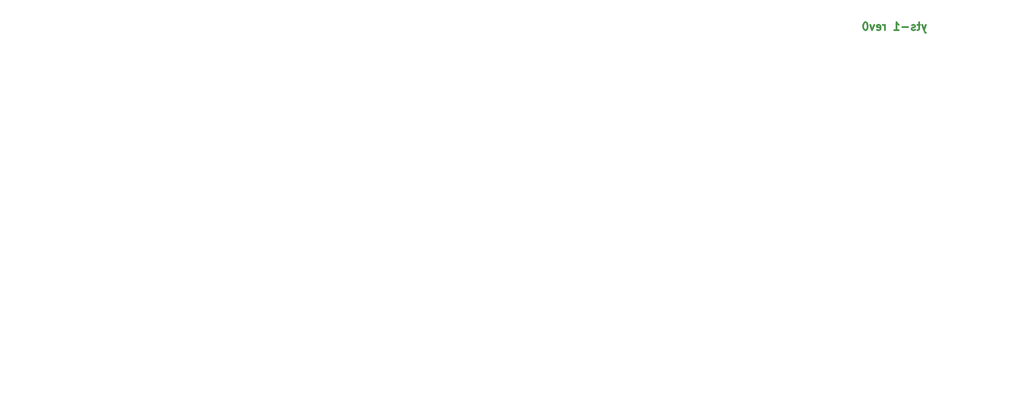
<source format=gbo>
%TF.GenerationSoftware,KiCad,Pcbnew,(6.0.7-1)-1*%
%TF.CreationDate,2022-09-14T08:57:37+02:00*%
%TF.ProjectId,yts-pcb,7974732d-7063-4622-9e6b-696361645f70,rev?*%
%TF.SameCoordinates,Original*%
%TF.FileFunction,Legend,Bot*%
%TF.FilePolarity,Positive*%
%FSLAX46Y46*%
G04 Gerber Fmt 4.6, Leading zero omitted, Abs format (unit mm)*
G04 Created by KiCad (PCBNEW (6.0.7-1)-1) date 2022-09-14 08:57:37*
%MOMM*%
%LPD*%
G01*
G04 APERTURE LIST*
%ADD10C,0.300000*%
%ADD11R,1.752600X1.752600*%
%ADD12C,1.752600*%
%ADD13R,1.600000X1.600000*%
%ADD14C,1.600000*%
%ADD15C,1.700000*%
%ADD16C,4.000000*%
%ADD17C,2.200000*%
%ADD18O,3.200000X2.000000*%
%ADD19R,2.000000X2.000000*%
%ADD20C,2.000000*%
%ADD21C,0.900000*%
G04 APERTURE END LIST*
D10*
X231000000Y-44678571D02*
X230642857Y-45678571D01*
X230285714Y-44678571D02*
X230642857Y-45678571D01*
X230785714Y-46035714D01*
X230857142Y-46107142D01*
X231000000Y-46178571D01*
X229928571Y-44678571D02*
X229357142Y-44678571D01*
X229714285Y-44178571D02*
X229714285Y-45464285D01*
X229642857Y-45607142D01*
X229500000Y-45678571D01*
X229357142Y-45678571D01*
X228928571Y-45607142D02*
X228785714Y-45678571D01*
X228500000Y-45678571D01*
X228357142Y-45607142D01*
X228285714Y-45464285D01*
X228285714Y-45392857D01*
X228357142Y-45250000D01*
X228500000Y-45178571D01*
X228714285Y-45178571D01*
X228857142Y-45107142D01*
X228928571Y-44964285D01*
X228928571Y-44892857D01*
X228857142Y-44750000D01*
X228714285Y-44678571D01*
X228500000Y-44678571D01*
X228357142Y-44750000D01*
X227642857Y-45107142D02*
X226500000Y-45107142D01*
X225000000Y-45678571D02*
X225857142Y-45678571D01*
X225428571Y-45678571D02*
X225428571Y-44178571D01*
X225571428Y-44392857D01*
X225714285Y-44535714D01*
X225857142Y-44607142D01*
X223214285Y-45678571D02*
X223214285Y-44678571D01*
X223214285Y-44964285D02*
X223142857Y-44821428D01*
X223071428Y-44750000D01*
X222928571Y-44678571D01*
X222785714Y-44678571D01*
X221714285Y-45607142D02*
X221857142Y-45678571D01*
X222142857Y-45678571D01*
X222285714Y-45607142D01*
X222357142Y-45464285D01*
X222357142Y-44892857D01*
X222285714Y-44750000D01*
X222142857Y-44678571D01*
X221857142Y-44678571D01*
X221714285Y-44750000D01*
X221642857Y-44892857D01*
X221642857Y-45035714D01*
X222357142Y-45178571D01*
X221142857Y-44678571D02*
X220785714Y-45678571D01*
X220428571Y-44678571D01*
X219571428Y-44178571D02*
X219428571Y-44178571D01*
X219285714Y-44250000D01*
X219214285Y-44321428D01*
X219142857Y-44464285D01*
X219071428Y-44750000D01*
X219071428Y-45107142D01*
X219142857Y-45392857D01*
X219214285Y-45535714D01*
X219285714Y-45607142D01*
X219428571Y-45678571D01*
X219571428Y-45678571D01*
X219714285Y-45607142D01*
X219785714Y-45535714D01*
X219857142Y-45392857D01*
X219928571Y-45107142D01*
X219928571Y-44750000D01*
X219857142Y-44464285D01*
X219785714Y-44321428D01*
X219714285Y-44250000D01*
X219571428Y-44178571D01*
D11*
%TO.C,U1*%
X121380000Y-42530000D03*
D12*
X121380000Y-45070000D03*
X121380000Y-47610000D03*
X121380000Y-50150000D03*
X121380000Y-52690000D03*
X121380000Y-55230000D03*
X121380000Y-57770000D03*
X121380000Y-60310000D03*
X121380000Y-62850000D03*
X121380000Y-65390000D03*
X121380000Y-67930000D03*
X121380000Y-70470000D03*
X136620000Y-70470000D03*
X136620000Y-67930000D03*
X136620000Y-65390000D03*
X136620000Y-62850000D03*
X136620000Y-60310000D03*
X136620000Y-57770000D03*
X136620000Y-55230000D03*
X136620000Y-52690000D03*
X136620000Y-50150000D03*
X136620000Y-47610000D03*
X136620000Y-45070000D03*
X136620000Y-42530000D03*
%TD*%
D13*
%TO.C,D27*%
X244000000Y-60000000D03*
D14*
X236200000Y-60000000D03*
%TD*%
D13*
%TO.C,D19*%
X174000000Y-104600000D03*
D14*
X174000000Y-112400000D03*
%TD*%
D13*
%TO.C,D8*%
X79000000Y-104600000D03*
D14*
X79000000Y-112400000D03*
%TD*%
D13*
%TO.C,D15*%
X117000000Y-85600000D03*
D14*
X117000000Y-93400000D03*
%TD*%
D13*
%TO.C,D1*%
X60000000Y-47500000D03*
D14*
X60000000Y-55300000D03*
%TD*%
D13*
%TO.C,D11*%
X98000000Y-85600000D03*
D14*
X98000000Y-93400000D03*
%TD*%
D13*
%TO.C,D25*%
X212000000Y-66600000D03*
D14*
X212000000Y-74400000D03*
%TD*%
D13*
%TO.C,D3*%
X60000000Y-85600000D03*
D14*
X60000000Y-93400000D03*
%TD*%
D13*
%TO.C,D17*%
X174000000Y-47100000D03*
D14*
X174000000Y-54900000D03*
%TD*%
D13*
%TO.C,D13*%
X117000000Y-47100000D03*
D14*
X117000000Y-54900000D03*
%TD*%
D13*
%TO.C,D29*%
X244300000Y-111500000D03*
D14*
X236500000Y-111500000D03*
%TD*%
D13*
%TO.C,D22*%
X193000000Y-85600000D03*
D14*
X193000000Y-93400000D03*
%TD*%
D13*
%TO.C,D6*%
X79000000Y-66600000D03*
D14*
X79000000Y-74400000D03*
%TD*%
D13*
%TO.C,D12*%
X98000000Y-104600000D03*
D14*
X98000000Y-112400000D03*
%TD*%
D13*
%TO.C,D4*%
X60000000Y-104600000D03*
D14*
X60000000Y-112400000D03*
%TD*%
D13*
%TO.C,D26*%
X212000000Y-104600000D03*
D14*
X212000000Y-112400000D03*
%TD*%
D13*
%TO.C,D16*%
X117000000Y-104600000D03*
D14*
X117000000Y-112400000D03*
%TD*%
D13*
%TO.C,D7*%
X79000000Y-85600000D03*
D14*
X79000000Y-93400000D03*
%TD*%
D13*
%TO.C,D20*%
X193000000Y-47100000D03*
D14*
X193000000Y-54900000D03*
%TD*%
D13*
%TO.C,D18*%
X174000000Y-66600000D03*
D14*
X174000000Y-74400000D03*
%TD*%
D13*
%TO.C,D2*%
X60000000Y-66700000D03*
D14*
X60000000Y-74500000D03*
%TD*%
D13*
%TO.C,D9*%
X98000000Y-47100000D03*
D14*
X98000000Y-54900000D03*
%TD*%
D13*
%TO.C,D24*%
X212000000Y-47100000D03*
D14*
X212000000Y-54900000D03*
%TD*%
D13*
%TO.C,D28*%
X145500000Y-104600000D03*
D14*
X145500000Y-112400000D03*
%TD*%
D13*
%TO.C,D14*%
X117000000Y-66600000D03*
D14*
X117000000Y-74400000D03*
%TD*%
D13*
%TO.C,D10*%
X98000000Y-66600000D03*
D14*
X98000000Y-74400000D03*
%TD*%
D13*
%TO.C,D23*%
X193000000Y-104700000D03*
D14*
X193000000Y-112500000D03*
%TD*%
D13*
%TO.C,D21*%
X193000000Y-66600000D03*
D14*
X193000000Y-74400000D03*
%TD*%
D13*
%TO.C,D5*%
X79000000Y-47500000D03*
D14*
X79000000Y-55300000D03*
%TD*%
%LPC*%
D15*
%TO.C,SW11*%
X83420000Y-70500000D03*
X93580000Y-70500000D03*
D16*
X88500000Y-70500000D03*
D17*
X91040000Y-65420000D03*
X84690000Y-67960000D03*
%TD*%
D15*
%TO.C,SW3*%
X45420000Y-70500000D03*
D16*
X50500000Y-70500000D03*
D15*
X55580000Y-70500000D03*
D17*
X53040000Y-65420000D03*
X46690000Y-67960000D03*
%TD*%
D18*
%TO.C,SW30*%
X240500000Y-97400000D03*
X240500000Y-108600000D03*
D19*
X233000000Y-100500000D03*
D20*
X233000000Y-105500000D03*
X233000000Y-103000000D03*
X247500000Y-105500000D03*
X247500000Y-100500000D03*
%TD*%
D15*
%TO.C,SW6*%
X64420000Y-51500000D03*
X74580000Y-51500000D03*
D16*
X69500000Y-51500000D03*
D17*
X72040000Y-46420000D03*
X65690000Y-48960000D03*
%TD*%
D16*
%TO.C,SW14*%
X107500000Y-51500000D03*
D15*
X112580000Y-51500000D03*
X102420000Y-51500000D03*
D17*
X110040000Y-46420000D03*
X103690000Y-48960000D03*
%TD*%
D16*
%TO.C,SW17*%
X107500000Y-108500000D03*
D15*
X102420000Y-108500000D03*
X112580000Y-108500000D03*
D17*
X110040000Y-103420000D03*
X103690000Y-105960000D03*
%TD*%
D16*
%TO.C,SW13*%
X88500000Y-108500000D03*
D15*
X93580000Y-108500000D03*
X83420000Y-108500000D03*
D17*
X91040000Y-103420000D03*
X84690000Y-105960000D03*
%TD*%
D15*
%TO.C,SW12*%
X83420000Y-89500000D03*
D16*
X88500000Y-89500000D03*
D15*
X93580000Y-89500000D03*
D17*
X91040000Y-84420000D03*
X84690000Y-86960000D03*
%TD*%
D16*
%TO.C,SW10*%
X88500000Y-51500000D03*
D15*
X83420000Y-51500000D03*
X93580000Y-51500000D03*
D17*
X91040000Y-46420000D03*
X84690000Y-48960000D03*
%TD*%
D16*
%TO.C,SW5*%
X50500000Y-108500000D03*
D15*
X45420000Y-108500000D03*
X55580000Y-108500000D03*
D17*
X53040000Y-103420000D03*
X46690000Y-105960000D03*
%TD*%
D15*
%TO.C,SW15*%
X102420000Y-70500000D03*
D16*
X107500000Y-70500000D03*
D15*
X112580000Y-70500000D03*
D17*
X110040000Y-65420000D03*
X103690000Y-67960000D03*
%TD*%
D16*
%TO.C,SW16*%
X107500000Y-89500000D03*
D15*
X112580000Y-89500000D03*
X102420000Y-89500000D03*
D17*
X110040000Y-84420000D03*
X103690000Y-86960000D03*
%TD*%
D15*
%TO.C,SW8*%
X64420000Y-89500000D03*
X74580000Y-89500000D03*
D16*
X69500000Y-89500000D03*
D17*
X72040000Y-84420000D03*
X65690000Y-86960000D03*
%TD*%
D15*
%TO.C,SW27*%
X207580000Y-108500000D03*
X197420000Y-108500000D03*
D16*
X202500000Y-108500000D03*
D17*
X205040000Y-103420000D03*
X198690000Y-105960000D03*
%TD*%
D15*
%TO.C,SW18*%
X159420000Y-51500000D03*
D16*
X164500000Y-51500000D03*
D15*
X169580000Y-51500000D03*
D17*
X167040000Y-46420000D03*
X160690000Y-48960000D03*
%TD*%
D16*
%TO.C,SW4*%
X50500000Y-89500000D03*
D15*
X55580000Y-89500000D03*
X45420000Y-89500000D03*
D17*
X53040000Y-84420000D03*
X46690000Y-86960000D03*
%TD*%
D15*
%TO.C,SW26*%
X197420000Y-70500000D03*
D16*
X202500000Y-70500000D03*
D15*
X207580000Y-70500000D03*
D17*
X205040000Y-65420000D03*
X198690000Y-67960000D03*
%TD*%
D15*
%TO.C,SW24*%
X188580000Y-108500000D03*
X178420000Y-108500000D03*
D16*
X183500000Y-108500000D03*
D17*
X186040000Y-103420000D03*
X179690000Y-105960000D03*
%TD*%
D15*
%TO.C,SW23*%
X178420000Y-89500000D03*
X188580000Y-89500000D03*
D16*
X183500000Y-89500000D03*
D17*
X186040000Y-84420000D03*
X179690000Y-86960000D03*
%TD*%
D11*
%TO.C,U1*%
X121380000Y-42530000D03*
D12*
X121380000Y-45070000D03*
X121380000Y-47610000D03*
X121380000Y-50150000D03*
X121380000Y-52690000D03*
X121380000Y-55230000D03*
X121380000Y-57770000D03*
X121380000Y-60310000D03*
X121380000Y-62850000D03*
X121380000Y-65390000D03*
X121380000Y-67930000D03*
X121380000Y-70470000D03*
X136620000Y-70470000D03*
X136620000Y-67930000D03*
X136620000Y-65390000D03*
X136620000Y-62850000D03*
X136620000Y-60310000D03*
X136620000Y-57770000D03*
X136620000Y-55230000D03*
X136620000Y-52690000D03*
X136620000Y-50150000D03*
X136620000Y-47610000D03*
X136620000Y-45070000D03*
X136620000Y-42530000D03*
%TD*%
D16*
%TO.C,SW21*%
X183500000Y-51500000D03*
D15*
X178420000Y-51500000D03*
X188580000Y-51500000D03*
D17*
X186040000Y-46420000D03*
X179690000Y-48960000D03*
%TD*%
D18*
%TO.C,SW29*%
X240500000Y-45900000D03*
X240500000Y-57100000D03*
D19*
X233000000Y-49000000D03*
D20*
X233000000Y-54000000D03*
X233000000Y-51500000D03*
X247500000Y-54000000D03*
X247500000Y-49000000D03*
%TD*%
D15*
%TO.C,SW25*%
X197420000Y-51500000D03*
D16*
X202500000Y-51500000D03*
D15*
X207580000Y-51500000D03*
D17*
X205040000Y-46420000D03*
X198690000Y-48960000D03*
%TD*%
D15*
%TO.C,SW28*%
X130920000Y-108500000D03*
X141080000Y-108500000D03*
D16*
X136000000Y-108500000D03*
D17*
X138540000Y-103420000D03*
X132190000Y-105960000D03*
%TD*%
D15*
%TO.C,SW9*%
X74580000Y-108500000D03*
X64420000Y-108500000D03*
D16*
X69500000Y-108500000D03*
D17*
X72040000Y-103420000D03*
X65690000Y-105960000D03*
%TD*%
D16*
%TO.C,SW7*%
X69500000Y-70500000D03*
D15*
X64420000Y-70500000D03*
X74580000Y-70500000D03*
D17*
X72040000Y-65420000D03*
X65690000Y-67960000D03*
%TD*%
D15*
%TO.C,SW19*%
X159420000Y-70500000D03*
D16*
X164500000Y-70500000D03*
D15*
X169580000Y-70500000D03*
D17*
X167040000Y-65420000D03*
X160690000Y-67960000D03*
%TD*%
D16*
%TO.C,SW2*%
X50500000Y-51500000D03*
D15*
X45420000Y-51500000D03*
X55580000Y-51500000D03*
D17*
X53040000Y-46420000D03*
X46690000Y-48960000D03*
%TD*%
D16*
%TO.C,SW22*%
X183500000Y-70500000D03*
D15*
X188580000Y-70500000D03*
X178420000Y-70500000D03*
D17*
X186040000Y-65420000D03*
X179690000Y-67960000D03*
%TD*%
D21*
%TO.C,SW1*%
X147500000Y-42670000D03*
X144500000Y-42670000D03*
%TD*%
D15*
%TO.C,SW20*%
X159420000Y-108500000D03*
D16*
X164500000Y-108500000D03*
D15*
X169580000Y-108500000D03*
D17*
X167040000Y-103420000D03*
X160690000Y-105960000D03*
%TD*%
D13*
%TO.C,D27*%
X244000000Y-60000000D03*
D14*
X236200000Y-60000000D03*
%TD*%
D13*
%TO.C,D19*%
X174000000Y-104600000D03*
D14*
X174000000Y-112400000D03*
%TD*%
D13*
%TO.C,D8*%
X79000000Y-104600000D03*
D14*
X79000000Y-112400000D03*
%TD*%
D13*
%TO.C,D15*%
X117000000Y-85600000D03*
D14*
X117000000Y-93400000D03*
%TD*%
D13*
%TO.C,D1*%
X60000000Y-47500000D03*
D14*
X60000000Y-55300000D03*
%TD*%
D13*
%TO.C,D11*%
X98000000Y-85600000D03*
D14*
X98000000Y-93400000D03*
%TD*%
D13*
%TO.C,D25*%
X212000000Y-66600000D03*
D14*
X212000000Y-74400000D03*
%TD*%
D13*
%TO.C,D3*%
X60000000Y-85600000D03*
D14*
X60000000Y-93400000D03*
%TD*%
D13*
%TO.C,D17*%
X174000000Y-47100000D03*
D14*
X174000000Y-54900000D03*
%TD*%
D13*
%TO.C,D13*%
X117000000Y-47100000D03*
D14*
X117000000Y-54900000D03*
%TD*%
D13*
%TO.C,D29*%
X244300000Y-111500000D03*
D14*
X236500000Y-111500000D03*
%TD*%
D13*
%TO.C,D22*%
X193000000Y-85600000D03*
D14*
X193000000Y-93400000D03*
%TD*%
D13*
%TO.C,D6*%
X79000000Y-66600000D03*
D14*
X79000000Y-74400000D03*
%TD*%
D13*
%TO.C,D12*%
X98000000Y-104600000D03*
D14*
X98000000Y-112400000D03*
%TD*%
D13*
%TO.C,D4*%
X60000000Y-104600000D03*
D14*
X60000000Y-112400000D03*
%TD*%
D13*
%TO.C,D26*%
X212000000Y-104600000D03*
D14*
X212000000Y-112400000D03*
%TD*%
D13*
%TO.C,D16*%
X117000000Y-104600000D03*
D14*
X117000000Y-112400000D03*
%TD*%
D13*
%TO.C,D7*%
X79000000Y-85600000D03*
D14*
X79000000Y-93400000D03*
%TD*%
D13*
%TO.C,D20*%
X193000000Y-47100000D03*
D14*
X193000000Y-54900000D03*
%TD*%
D13*
%TO.C,D18*%
X174000000Y-66600000D03*
D14*
X174000000Y-74400000D03*
%TD*%
D13*
%TO.C,D2*%
X60000000Y-66700000D03*
D14*
X60000000Y-74500000D03*
%TD*%
D13*
%TO.C,D9*%
X98000000Y-47100000D03*
D14*
X98000000Y-54900000D03*
%TD*%
D13*
%TO.C,D24*%
X212000000Y-47100000D03*
D14*
X212000000Y-54900000D03*
%TD*%
D13*
%TO.C,D28*%
X145500000Y-104600000D03*
D14*
X145500000Y-112400000D03*
%TD*%
D13*
%TO.C,D14*%
X117000000Y-66600000D03*
D14*
X117000000Y-74400000D03*
%TD*%
D13*
%TO.C,D10*%
X98000000Y-66600000D03*
D14*
X98000000Y-74400000D03*
%TD*%
D13*
%TO.C,D23*%
X193000000Y-104700000D03*
D14*
X193000000Y-112500000D03*
%TD*%
D13*
%TO.C,D21*%
X193000000Y-66600000D03*
D14*
X193000000Y-74400000D03*
%TD*%
D13*
%TO.C,D5*%
X79000000Y-47500000D03*
D14*
X79000000Y-55300000D03*
%TD*%
M02*

</source>
